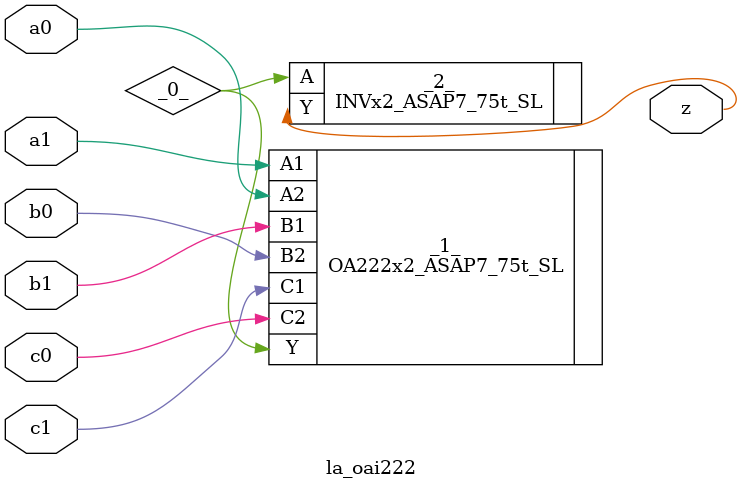
<source format=v>

/* Generated by Yosys 0.37 (git sha1 a5c7f69ed, clang 14.0.0-1ubuntu1.1 -fPIC -Os) */

module la_oai222(a0, a1, b0, b1, c0, c1, z);
  wire _0_;
  input a0;
  wire a0;
  input a1;
  wire a1;
  input b0;
  wire b0;
  input b1;
  wire b1;
  input c0;
  wire c0;
  input c1;
  wire c1;
  output z;
  wire z;
  OA222x2_ASAP7_75t_SL _1_ (
    .A1(a1),
    .A2(a0),
    .B1(b1),
    .B2(b0),
    .C1(c1),
    .C2(c0),
    .Y(_0_)
  );
  INVx2_ASAP7_75t_SL _2_ (
    .A(_0_),
    .Y(z)
  );
endmodule

</source>
